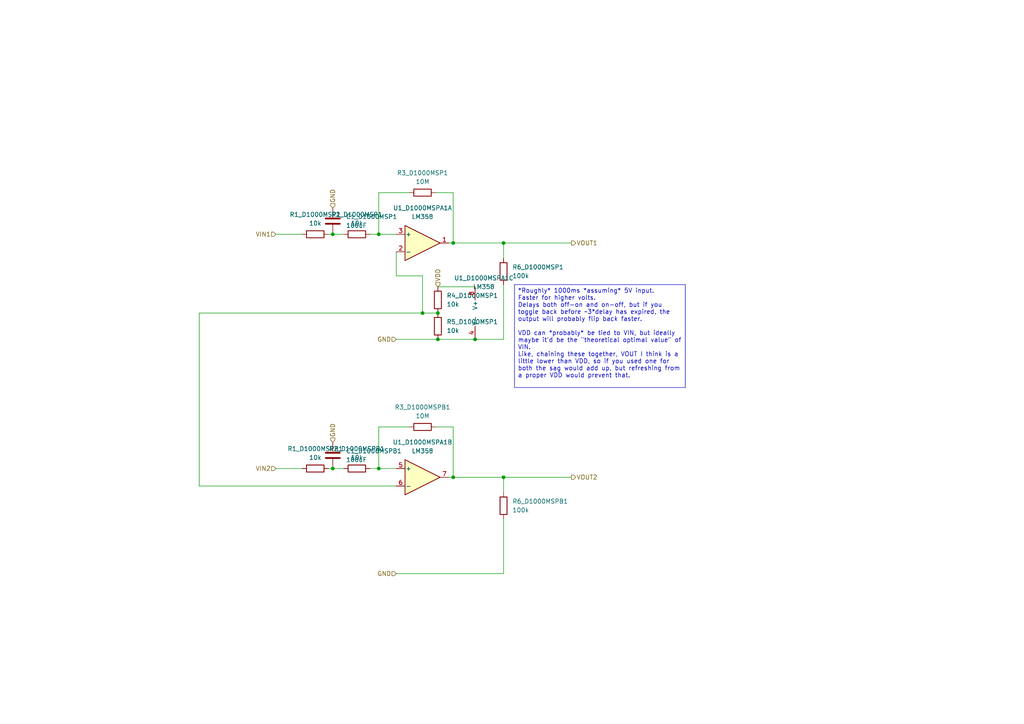
<source format=kicad_sch>
(kicad_sch (version 20230121) (generator eeschema)
  (paper "A4")
  (lib_symbols
    (symbol "Amplifier_Operational:LM358" (pin_names (offset 0.127))
      (property "Reference" "U" (at 0 5.08 0))
      (property "Value" "LM358" (at 0 -5.08 0))
      (symbol "LM358_1_1"
        (polyline (pts (xy -5.08 5.08) (xy 5.08 0) (xy -5.08 -5.08) (xy -5.08 5.08)) (stroke (width 0.254)) (fill (type background)))
        (pin output line (at 7.62 0 180) (length 2.54) (name "~") (number "1"))
        (pin input line (at -7.62 -2.54 0) (length 2.54) (name "-") (number "2"))
        (pin input line (at -7.62 2.54 0) (length 2.54) (name "+") (number "3"))
      )
      (symbol "LM358_2_1"
        (polyline (pts (xy -5.08 5.08) (xy 5.08 0) (xy -5.08 -5.08) (xy -5.08 5.08)) (stroke (width 0.254)) (fill (type background)))
        (pin input line (at -7.62 2.54 0) (length 2.54) (name "+") (number "5"))
        (pin input line (at -7.62 -2.54 0) (length 2.54) (name "-") (number "6"))
        (pin output line (at 7.62 0 180) (length 2.54) (name "~") (number "7"))
      )
      (symbol "LM358_3_1"
        (pin power_in line (at -2.54 -7.62 90) (length 3.81) (name "V-") (number "4"))
        (pin power_in line (at -2.54 7.62 270) (length 3.81) (name "V+") (number "8"))
      )
    )
    (symbol "Device:C" (pin_numbers hide) (pin_names (offset 0.254))
      (property "Reference" "C" (at 0.635 2.54 0))
      (property "Value" "C" (at 0.635 -2.54 0))
      (symbol "C_0_1"
        (polyline (pts (xy -2.032 -0.762) (xy 2.032 -0.762)) (stroke (width 0.508)))
        (polyline (pts (xy -2.032 0.762) (xy 2.032 0.762)) (stroke (width 0.508)))
      )
      (symbol "C_1_1"
        (pin passive line (at 0 3.81 270) (length 2.794) (name "~") (number "1"))
        (pin passive line (at 0 -3.81 90) (length 2.794) (name "~") (number "2"))
      )
    )
    (symbol "Device:R" (pin_numbers hide) (pin_names (offset 0))
      (property "Reference" "R" (at 2.032 0 90))
      (property "Value" "R" (at 0 0 90))
      (symbol "R_0_1"
        (rectangle (start -1.016 -2.54) (end 1.016 2.54) (stroke (width 0.254)))
      )
      (symbol "R_1_1"
        (pin passive line (at 0 3.81 270) (length 1.27) (name "~") (number "1"))
        (pin passive line (at 0 -3.81 90) (length 1.27) (name "~") (number "2"))
      )
    )
  )
  (junction (at 127 90.805))
  (junction (at 127 98.425))
  (junction (at 109.855 135.89))
  (junction (at 109.855 67.945))
  (junction (at 146.05 138.43))
  (junction (at 96.52 67.945))
  (junction (at 96.52 135.89))
  (junction (at 146.05 70.485))
  (junction (at 137.795 98.425))
  (junction (at 131.445 70.485))
  (junction (at 122.555 90.805))
  (junction (at 131.445 138.43))
  (wire (pts (xy 114.935 98.425) (xy 127 98.425)))
  (wire (pts (xy 96.52 135.89) (xy 99.695 135.89)))
  (wire (pts (xy 107.315 67.945) (xy 109.855 67.945)))
  (wire (pts (xy 109.855 135.89) (xy 114.935 135.89)))
  (wire (pts (xy 146.05 70.485) (xy 165.735 70.485)))
  (wire (pts (xy 57.785 90.805) (xy 122.555 90.805)))
  (wire (pts (xy 131.445 138.43) (xy 146.05 138.43)))
  (wire (pts (xy 96.52 67.945) (xy 99.695 67.945)))
  (wire (pts (xy 57.785 140.97) (xy 57.785 90.805)))
  (wire (pts (xy 95.25 135.89) (xy 96.52 135.89)))
  (wire (pts (xy 80.01 135.89) (xy 87.63 135.89)))
  (wire (pts (xy 131.445 70.485) (xy 146.05 70.485)))
  (wire (pts (xy 146.05 138.43) (xy 165.735 138.43)))
  (wire (pts (xy 127 98.425) (xy 137.795 98.425)))
  (wire (pts (xy 130.175 70.485) (xy 131.445 70.485)))
  (wire (pts (xy 118.745 55.88) (xy 109.855 55.88)))
  (wire (pts (xy 109.855 123.825) (xy 109.855 135.89)))
  (wire (pts (xy 137.795 98.425) (xy 146.05 98.425)))
  (wire (pts (xy 122.555 90.805) (xy 127 90.805)))
  (wire (pts (xy 126.365 55.88) (xy 131.445 55.88)))
  (wire (pts (xy 118.745 123.825) (xy 109.855 123.825)))
  (wire (pts (xy 146.05 70.485) (xy 146.05 74.93)))
  (wire (pts (xy 131.445 55.88) (xy 131.445 70.485)))
  (wire (pts (xy 146.05 82.55) (xy 146.05 98.425)))
  (wire (pts (xy 109.855 55.88) (xy 109.855 67.945)))
  (wire (pts (xy 126.365 123.825) (xy 131.445 123.825)))
  (wire (pts (xy 127 83.185) (xy 137.795 83.185)))
  (wire (pts (xy 114.935 140.97) (xy 57.785 140.97)))
  (wire (pts (xy 131.445 123.825) (xy 131.445 138.43)))
  (wire (pts (xy 107.315 135.89) (xy 109.855 135.89)))
  (wire (pts (xy 130.175 138.43) (xy 131.445 138.43)))
  (wire (pts (xy 114.935 73.025) (xy 114.935 80.01)))
  (wire (pts (xy 122.555 80.01) (xy 122.555 90.805)))
  (wire (pts (xy 109.855 67.945) (xy 114.935 67.945)))
  (wire (pts (xy 114.935 80.01) (xy 122.555 80.01)))
  (wire (pts (xy 146.05 138.43) (xy 146.05 142.875)))
  (wire (pts (xy 114.935 166.37) (xy 146.05 166.37)))
  (wire (pts (xy 146.05 150.495) (xy 146.05 166.37)))
  (wire (pts (xy 95.25 67.945) (xy 96.52 67.945)))
  (wire (pts (xy 80.01 67.945) (xy 87.63 67.945)))
  (text_box "*Roughly* 1000ms *assuming* 5V input.\nFaster for higher volts.\nDelays both off-on and on-off, but if you toggle back before ~3*delay has expired, the output will probably flip back faster.\n\nVDD can *probably* be tied to VIN, but ideally maybe it'd be the \"theoretical optimal value\" of VIN.\nLike, chaining these together, VOUT I think is a little lower than VDD, so if you used one for both the sag would add up, but refreshing from a proper VDD would prevent that." (at 149.225 82.55 0) (size 49.53 29.845) (effects (font (size 1.27 1.27)) (justify left top)))
  (hierarchical_label "GND" (shape input) (at 114.935 98.425 180))
  (hierarchical_label "VIN2" (shape input) (at 80.01 135.89 180))
  (hierarchical_label "VOUT1" (shape output) (at 165.735 70.485 0))
  (hierarchical_label "VIN1" (shape input) (at 80.01 67.945 180))
  (hierarchical_label "VOUT2" (shape output) (at 165.735 138.43 0))
  (hierarchical_label "GND" (shape input) (at 96.52 60.325 90))
  (hierarchical_label "GND" (shape input) (at 96.52 128.27 90))
  (hierarchical_label "GND" (shape input) (at 114.935 166.37 180))
  (hierarchical_label "VDD" (shape input) (at 127 83.185 90))
  (symbol (lib_id "Amplifier_Operational:LM358") (at 140.335 90.805 0) (unit 3)
    (property "Reference" "U1_D1000MSPA1" (at 140.335 80.645 0))
    (property "Value" "LM358" (at 140.335 83.185 0))
    (property "Footprint" "Package_SO:SOIC-8_3.9x4.9mm_P1.27mm" (effects hide))
    (property "Datasheet" "http://www.ti.com/lit/ds/symlink/lm2904-n.pdf" (effects hide))
    (property "Sim.Library" "/home/erhannis/Downloads/LM358.lib" (effects hide))
    (property "Sim.Name" "LM358" (effects hide))
    (property "Sim.Device" "SUBCKT" (effects hide))
    (property "Sim.Pins" "1=28 2=2 3=1 4=50 8=99" (effects hide))
  )
  (symbol (lib_id "Device:R") (at 146.05 78.74 180) (unit 1)
    (property "Reference" "R6_D1000MSP1" (at 148.59 77.47 0) (effects (justify right)))
    (property "Value" "100k" (at 148.59 80.01 0) (effects (justify right)))
    (property "Footprint" "Resistor_SMD:R_0402_1005Metric" (effects hide))
    (property "MFR" "0402WGF1003TCE" (effects hide))
    (property "LCSC" "C25741" (effects hide))
    (property "Description" "62.5mW Thick Film Resistors ±100ppm/℃ ±1% 100kΩ 0402  Chip Resistor - Surface Mount ROHS" (effects hide))
    (property "URL" "https://jlcpcb.com/partdetail/26484-0402WGF1003TCE/C25741" (effects hide))
  )
  (symbol (lib_id "Device:R") (at 127 86.995 0) (unit 1)
    (property "Reference" "R4_D1000MSP1" (at 129.54 85.725 0) (effects (justify left)))
    (property "Value" "10k" (at 129.54 88.265 0) (effects (justify left)))
    (property "Footprint" "Resistor_SMD:R_0402_1005Metric" (effects hide))
    (property "MFR" "0402WGF1002TCE" (effects hide))
    (property "LCSC" "C25744" (effects hide))
    (property "Description" "62.5mW Thick Film Resistors ±100ppm/℃ ±1% 10kΩ 0402  Chip Resistor - Surface Mount ROHS" (effects hide))
    (property "URL" "https://jlcpcb.com/partdetail/26487-0402WGF1002TCE/C25744" (effects hide))
  )
  (symbol (lib_id "Device:R") (at 103.505 135.89 90) (unit 1)
    (property "Reference" "R2_D1000MSPB1" (at 103.505 130.175 90))
    (property "Value" "10k" (at 103.505 132.715 90))
    (property "Footprint" "Resistor_SMD:R_0402_1005Metric" (effects hide))
    (property "MFR" "0402WGF1002TCE" (effects hide))
    (property "LCSC" "C25744" (effects hide))
    (property "Description" "62.5mW Thick Film Resistors ±100ppm/℃ ±1% 10kΩ 0402  Chip Resistor - Surface Mount ROHS" (effects hide))
    (property "URL" "https://jlcpcb.com/partdetail/26487-0402WGF1002TCE/C25744" (effects hide))
  )
  (symbol (lib_id "Device:R") (at 122.555 55.88 90) (unit 1)
    (property "Reference" "R3_D1000MSP1" (at 122.555 50.165 90))
    (property "Value" "10M" (at 122.555 52.705 90))
    (property "Footprint" "Resistor_SMD:R_0402_1005Metric" (effects hide))
    (property "MFR" "0402WGF1005TCE" (effects hide))
    (property "LCSC" "C26082" (effects hide))
    (property "Description" "62.5mW Thick Film Resistors ±1% ±200ppm/℃ 10MΩ 0402  Chip Resistor - Surface Mount ROHS" (effects hide))
    (property "URL" "https://jlcpcb.com/partdetail/26825-0402WGF1005TCE/C26082" (effects hide))
  )
  (symbol (lib_id "Device:R") (at 146.05 146.685 180) (unit 1)
    (property "Reference" "R6_D1000MSPB1" (at 148.59 145.415 0) (effects (justify right)))
    (property "Value" "100k" (at 148.59 147.955 0) (effects (justify right)))
    (property "Footprint" "Resistor_SMD:R_0402_1005Metric" (effects hide))
    (property "MFR" "0402WGF1003TCE" (effects hide))
    (property "LCSC" "C25741" (effects hide))
    (property "Description" "62.5mW Thick Film Resistors ±100ppm/℃ ±1% 100kΩ 0402  Chip Resistor - Surface Mount ROHS" (effects hide))
    (property "URL" "https://jlcpcb.com/partdetail/26484-0402WGF1003TCE/C25741" (effects hide))
  )
  (symbol (lib_id "Device:C") (at 96.52 64.135 0) (unit 1)
    (property "Reference" "C1_D1000MSP1" (at 100.33 62.865 0) (effects (justify left)))
    (property "Value" "100uF" (at 100.33 65.405 0) (effects (justify left)))
    (property "Footprint" "Capacitor_SMD:C_1206_3216Metric" (effects hide))
    (property "MFR" "GRM31CR61A107MEA8L" (effects hide))
    (property "LCSC" "C883598" (effects hide))
    (property "Description" "10V 100uF X5R ±20% 1206  Multilayer Ceramic Capacitors MLCC - SMD/SMT ROHS" (effects hide))
    (property "URL" "https://jlcpcb.com/partdetail/948963-GRM31CR61A107MEA8L/C883598" (effects hide))
  )
  (symbol (lib_id "Device:R") (at 91.44 67.945 90) (unit 1)
    (property "Reference" "R1_D1000MSP1" (at 91.44 62.23 90))
    (property "Value" "10k" (at 91.44 64.77 90))
    (property "Footprint" "Resistor_SMD:R_0402_1005Metric" (effects hide))
    (property "MFR" "0402WGF1002TCE" (effects hide))
    (property "LCSC" "C25744" (effects hide))
    (property "Description" "62.5mW Thick Film Resistors ±100ppm/℃ ±1% 10kΩ 0402  Chip Resistor - Surface Mount ROHS" (effects hide))
    (property "URL" "https://jlcpcb.com/partdetail/26487-0402WGF1002TCE/C25744" (effects hide))
  )
  (symbol (lib_id "Device:R") (at 91.44 135.89 90) (unit 1)
    (property "Reference" "R1_D1000MSPB1" (at 91.44 130.175 90))
    (property "Value" "10k" (at 91.44 132.715 90))
    (property "Footprint" "Resistor_SMD:R_0402_1005Metric" (effects hide))
    (property "MFR" "0402WGF1002TCE" (effects hide))
    (property "LCSC" "C25744" (effects hide))
    (property "Description" "62.5mW Thick Film Resistors ±100ppm/℃ ±1% 10kΩ 0402  Chip Resistor - Surface Mount ROHS" (effects hide))
    (property "URL" "https://jlcpcb.com/partdetail/26487-0402WGF1002TCE/C25744" (effects hide))
  )
  (symbol (lib_id "Device:R") (at 127 94.615 0) (unit 1)
    (property "Reference" "R5_D1000MSP1" (at 129.54 93.345 0) (effects (justify left)))
    (property "Value" "10k" (at 129.54 95.885 0) (effects (justify left)))
    (property "Footprint" "Resistor_SMD:R_0402_1005Metric" (effects hide))
    (property "MFR" "0402WGF1002TCE" (effects hide))
    (property "LCSC" "C25744" (effects hide))
    (property "Description" "62.5mW Thick Film Resistors ±100ppm/℃ ±1% 10kΩ 0402  Chip Resistor - Surface Mount ROHS" (effects hide))
    (property "URL" "https://jlcpcb.com/partdetail/26487-0402WGF1002TCE/C25744" (effects hide))
  )
  (symbol (lib_id "Amplifier_Operational:LM358") (at 122.555 138.43 0) (unit 2)
    (property "Reference" "U1_D1000MSPA1" (at 122.555 128.27 0))
    (property "Value" "LM358" (at 122.555 130.81 0))
    (property "Footprint" "Package_SO:SOIC-8_3.9x4.9mm_P1.27mm" (effects hide))
    (property "Datasheet" "http://www.ti.com/lit/ds/symlink/lm2904-n.pdf" (effects hide))
    (property "Sim.Library" "/home/erhannis/Downloads/LM358.lib" (effects hide))
    (property "Sim.Name" "LM358" (effects hide))
    (property "Sim.Device" "SUBCKT" (effects hide))
    (property "Sim.Pins" "1=28 2=2 3=1 4=50 8=99" (effects hide))
  )
  (symbol (lib_id "Device:R") (at 122.555 123.825 90) (unit 1)
    (property "Reference" "R3_D1000MSPB1" (at 122.555 118.11 90))
    (property "Value" "10M" (at 122.555 120.65 90))
    (property "Footprint" "Resistor_SMD:R_0402_1005Metric" (effects hide))
    (property "MFR" "0402WGF1005TCE" (effects hide))
    (property "LCSC" "C26082" (effects hide))
    (property "Description" "62.5mW Thick Film Resistors ±1% ±200ppm/℃ 10MΩ 0402  Chip Resistor - Surface Mount ROHS" (effects hide))
    (property "URL" "https://jlcpcb.com/partdetail/26825-0402WGF1005TCE/C26082" (effects hide))
  )
  (symbol (lib_id "Amplifier_Operational:LM358") (at 122.555 70.485 0) (unit 1)
    (property "Reference" "U1_D1000MSPA1" (at 122.555 60.325 0))
    (property "Value" "LM358" (at 122.555 62.865 0))
    (property "Footprint" "Package_SO:SOIC-8_3.9x4.9mm_P1.27mm" (effects hide))
    (property "Datasheet" "http://www.ti.com/lit/ds/symlink/lm2904-n.pdf" (effects hide))
    (property "Sim.Library" "/home/erhannis/Downloads/LM358.lib" (effects hide))
    (property "Sim.Name" "LM358" (effects hide))
    (property "Sim.Device" "SUBCKT" (effects hide))
    (property "Sim.Pins" "1=28 2=2 3=1 4=50 8=99" (effects hide))
  )
  (symbol (lib_id "Device:R") (at 103.505 67.945 90) (unit 1)
    (property "Reference" "R2_D1000MSP1" (at 103.505 62.23 90))
    (property "Value" "10k" (at 103.505 64.77 90))
    (property "Footprint" "Resistor_SMD:R_0402_1005Metric" (effects hide))
    (property "MFR" "0402WGF1002TCE" (effects hide))
    (property "LCSC" "C25744" (effects hide))
    (property "Description" "62.5mW Thick Film Resistors ±100ppm/℃ ±1% 10kΩ 0402  Chip Resistor - Surface Mount ROHS" (effects hide))
    (property "URL" "https://jlcpcb.com/partdetail/26487-0402WGF1002TCE/C25744" (effects hide))
  )
  (symbol (lib_id "Device:C") (at 96.52 132.08 0) (unit 1)
    (property "Reference" "C1_D1000MSPB1" (at 100.33 130.81 0) (effects (justify left)))
    (property "Value" "100uF" (at 100.33 133.35 0) (effects (justify left)))
    (property "Footprint" "Capacitor_SMD:C_1206_3216Metric" (effects hide))
    (property "MFR" "GRM31CR61A107MEA8L" (effects hide))
    (property "LCSC" "C883598" (effects hide))
    (property "Description" "10V 100uF X5R ±20% 1206  Multilayer Ceramic Capacitors MLCC - SMD/SMT ROHS" (effects hide))
    (property "URL" "https://jlcpcb.com/partdetail/948963-GRM31CR61A107MEA8L/C883598" (effects hide))
  )
)
</source>
